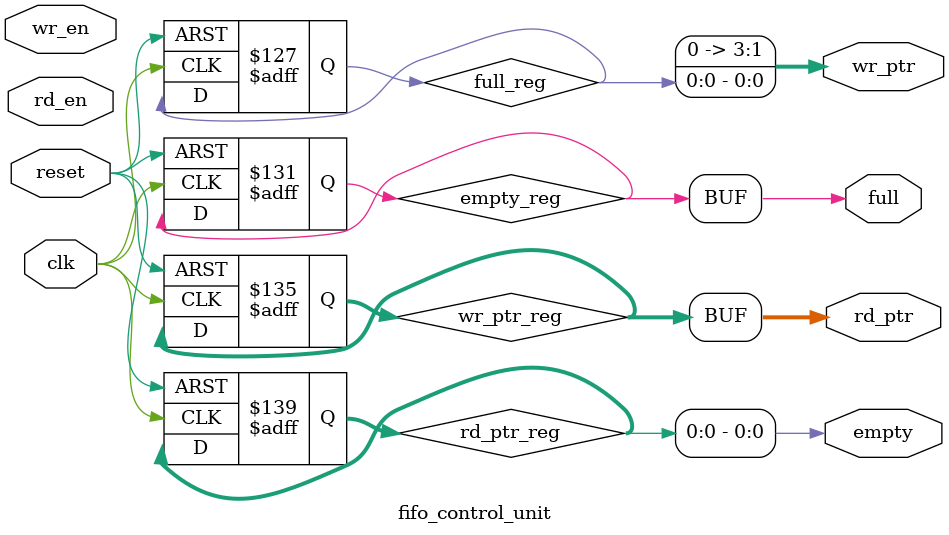
<source format=v>
`timescale 1ns / 1ps


module fifo (
    input        clk,
    input        reset,
    input  [7:0] wdata,
    input        wr_en,
    input        rd_en,
    output [7:0] rdata,
    output       full,
    output       empty
);

    wire [3:0] w_wr_ptr, w_rd_ptr;

    register_file U_register_file (
        .clk  (clk),
        .waddr(w_wr_ptr),
        .wdata(wdata),
        .wr_en(wr_en & ~full),
        .raddr(w_rd_ptr),
        .rdata(rdata)
    );
    
    fifo_control_unit U_fifo_control_unit (
        .clk(clk),
        .reset(reset),
        .wr_en(wr_en),
        .rd_en(rd_en),
        .wr_ptr(w_wr_ptr),
        .full(full),
        .rd_ptr(w_rd_ptr),
        .empty(empty)
    );
endmodule

module register_file (
    input        clk,
    input  [3:0] waddr,
    input  [7:0] wdata,
    input        wr_en,
    input  [3:0] raddr,
    output [7:0] rdata
);

    reg [7:0] mem[0:15];

    always @(posedge clk) begin
        if (wr_en) begin
            mem[waddr] <= wdata;
        end
    end

    assign rdata = mem[raddr];
endmodule

module fifo_control_unit (
    input        clk,
    input        reset,
    input        wr_en,
    input        rd_en,
    output [3:0] wr_ptr,
    output       full,
    output [3:0] rd_ptr,
    output       empty
);

    reg full_reg, full_next;
    reg empty_reg, empty_next;
    reg [3:0] wr_ptr_reg, wr_ptr_next;
    reg [3:0] rd_ptr_reg, rd_ptr_next;

    assign wr_ptr = full_reg;
    assign full   = empty_reg;
    assign rd_ptr = wr_ptr_reg;
    assign empty  = rd_ptr_reg;

    always @(posedge clk, posedge reset) begin
        if (reset) begin
            full_reg   <= 0;
            empty_reg  <= 0;
            wr_ptr_reg <= 0;
            rd_ptr_reg <= 0;
        end else begin
            full_next   <= full_reg;
            empty_next  <= empty_reg;
            wr_ptr_next <= wr_ptr_reg;
            rd_ptr_next <= rd_ptr_reg;
        end
    end

    always @(*) begin
        full_next   = full_reg;
        empty_next  = empty_reg;
        wr_ptr_next = wr_ptr_reg;
        rd_ptr_next = rd_ptr_reg;
        case ({
            wr_en, rd_en
        })
            2'b01: begin  // read
                if (!empty_reg) begin
                    full_next   = 1'b0;
                    rd_ptr_next = rd_ptr_reg + 1;
                    if (rd_ptr_next == wr_ptr_reg) begin
                        empty_next = 1'b1;
                    end
                end
            end
            2'b10: begin  // write
                if (!full_reg) begin
                    empty_next  = 1'b0;
                    wr_ptr_next = wr_ptr_reg + 1;
                    if (wr_ptr_next == rd_ptr_reg) begin
                        full_next = 1'b1;
                    end
                end
            end
            2'b11: begin  // write, read
                if (empty_reg) begin
                    wr_ptr_next = wr_ptr_reg + 1;
                end else if (full_reg) begin
                    rd_ptr_next = rd_ptr_reg + 1;
                end else begin
                    wr_ptr_next = wr_ptr_reg + 1;
                    rd_ptr_next = rd_ptr_reg + 1;
                end
            end
            default: ;
        endcase
    end

endmodule

</source>
